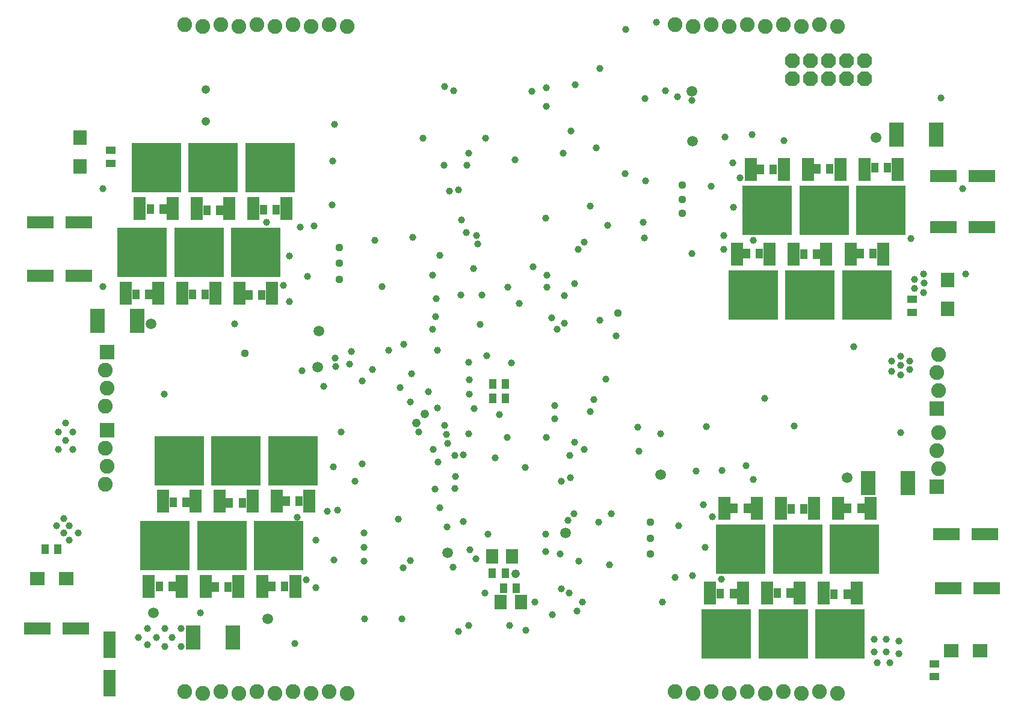
<source format=gbs>
G75*
G70*
%OFA0B0*%
%FSLAX24Y24*%
%IPPOS*%
%LPD*%
%AMOC8*
5,1,8,0,0,1.08239X$1,22.5*
%
%ADD10R,0.2718X0.2718*%
%ADD11R,0.0710X0.1261*%
%ADD12C,0.0820*%
%ADD13R,0.0395X0.0552*%
%ADD14R,0.0789X0.1340*%
%ADD15R,0.0552X0.0395*%
%ADD16R,0.1458X0.0710*%
%ADD17R,0.0749X0.0789*%
%ADD18R,0.0789X0.0749*%
%ADD19OC8,0.0820*%
%ADD20R,0.0820X0.0820*%
%ADD21C,0.0595*%
%ADD22R,0.0710X0.1458*%
%ADD23R,0.0710X0.0789*%
%ADD24C,0.0390*%
%ADD25C,0.0440*%
%ADD26C,0.0476*%
D10*
X047199Y009511D03*
X050349Y009511D03*
X053499Y009511D03*
X054286Y014235D03*
X051136Y014235D03*
X047987Y014235D03*
X049070Y025771D03*
X052219Y025771D03*
X045920Y025771D03*
X046707Y030495D03*
X049857Y030495D03*
X053007Y030495D03*
X079778Y023408D03*
X082928Y023408D03*
X086077Y023408D03*
X086865Y028133D03*
X083715Y028133D03*
X080566Y028133D03*
X079089Y009334D03*
X082239Y009334D03*
X085388Y009334D03*
X084601Y004609D03*
X081451Y004609D03*
X078302Y004609D03*
D11*
X079207Y006873D03*
X080546Y006873D03*
X082357Y006873D03*
X083696Y006873D03*
X085507Y006873D03*
X077396Y006873D03*
X078184Y011597D03*
X079995Y011597D03*
X081333Y011597D03*
X083144Y011597D03*
X084483Y011597D03*
X086294Y011597D03*
X055192Y011971D03*
X053381Y011971D03*
X052042Y011971D03*
X050231Y011971D03*
X048892Y011971D03*
X047081Y011971D03*
X046294Y007247D03*
X048105Y007247D03*
X049444Y007247D03*
X051255Y007247D03*
X052593Y007247D03*
X054404Y007247D03*
X053125Y023507D03*
X051314Y023507D03*
X049975Y023507D03*
X048164Y023507D03*
X046825Y023507D03*
X045014Y023507D03*
X045802Y028231D03*
X047613Y028231D03*
X048951Y028231D03*
X050762Y028231D03*
X052101Y028231D03*
X053912Y028231D03*
X078873Y025672D03*
X080684Y025672D03*
X082022Y025672D03*
X083833Y025672D03*
X085172Y025672D03*
X086983Y025672D03*
X087770Y030397D03*
X085959Y030397D03*
X084621Y030397D03*
X082810Y030397D03*
X081471Y030397D03*
X079660Y030397D03*
D12*
X080448Y038319D03*
X081448Y038419D03*
X082448Y038319D03*
X083448Y038419D03*
X084448Y038319D03*
X079448Y038419D03*
X078448Y038319D03*
X077448Y038419D03*
X076448Y038319D03*
X075448Y038419D03*
X057282Y038319D03*
X056282Y038419D03*
X055282Y038319D03*
X054282Y038419D03*
X053282Y038319D03*
X052282Y038419D03*
X051282Y038319D03*
X050282Y038419D03*
X049282Y038319D03*
X048282Y038419D03*
X090064Y020109D03*
X089964Y019109D03*
X090064Y018109D03*
X090064Y015778D03*
X089964Y014778D03*
X090064Y013778D03*
X084448Y001311D03*
X083448Y001411D03*
X082448Y001311D03*
X081448Y001411D03*
X080448Y001311D03*
X079448Y001411D03*
X078448Y001311D03*
X077448Y001411D03*
X076448Y001311D03*
X075448Y001411D03*
X057282Y001311D03*
X056282Y001411D03*
X055282Y001311D03*
X054282Y001411D03*
X053282Y001311D03*
X052282Y001411D03*
X051282Y001311D03*
X050282Y001411D03*
X049282Y001311D03*
X048282Y001411D03*
X043901Y012928D03*
X044001Y013928D03*
X043901Y014928D03*
X043901Y017259D03*
X044001Y018259D03*
X043901Y019259D03*
D13*
X051845Y023408D03*
X052554Y023408D03*
X049424Y023448D03*
X048715Y023448D03*
X046294Y023467D03*
X045585Y023467D03*
X046373Y028192D03*
X047081Y028192D03*
X049503Y028133D03*
X050211Y028133D03*
X052652Y028152D03*
X053361Y028152D03*
X065349Y018487D03*
X066058Y018487D03*
X066058Y017700D03*
X065349Y017700D03*
X054621Y011971D03*
X053912Y011971D03*
X051471Y011893D03*
X050762Y011893D03*
X048361Y011932D03*
X047652Y011932D03*
X041255Y009334D03*
X040546Y009334D03*
X046885Y007247D03*
X047593Y007247D03*
X049975Y007208D03*
X050684Y007208D03*
X053105Y007267D03*
X053814Y007267D03*
X065329Y007975D03*
X066038Y007975D03*
X065959Y007149D03*
X066668Y007149D03*
X077967Y006853D03*
X078676Y006853D03*
X081117Y006873D03*
X081825Y006873D03*
X084266Y006834D03*
X084975Y006834D03*
X085034Y011597D03*
X085743Y011597D03*
X082593Y011558D03*
X081885Y011558D03*
X079444Y011578D03*
X078735Y011578D03*
X079424Y025711D03*
X080133Y025711D03*
X082593Y025672D03*
X083302Y025672D03*
X085723Y025711D03*
X086432Y025711D03*
X086510Y030475D03*
X087219Y030475D03*
X084030Y030416D03*
X083322Y030416D03*
X080881Y030377D03*
X080172Y030377D03*
D14*
X087731Y032316D03*
X089936Y032316D03*
X045644Y021981D03*
X043440Y021981D03*
X048755Y004412D03*
X050959Y004412D03*
X086156Y012975D03*
X088361Y012975D03*
D15*
X088587Y022463D03*
X088587Y023172D03*
X044198Y030731D03*
X044198Y031440D03*
X089818Y002946D03*
X089818Y002237D03*
D16*
X040133Y004904D03*
X042259Y004904D03*
X042406Y024491D03*
X040280Y024491D03*
X040280Y027444D03*
X042406Y027444D03*
X090329Y027198D03*
X092455Y027198D03*
X092455Y030003D03*
X090329Y030003D03*
X090477Y010141D03*
X092603Y010141D03*
X092711Y007168D03*
X090585Y007168D03*
D17*
X090566Y022641D03*
X090566Y024255D03*
X042485Y030544D03*
X042485Y032158D03*
D18*
X041727Y007680D03*
X040113Y007680D03*
X090743Y003684D03*
X092357Y003684D03*
D19*
X085961Y035408D03*
X084961Y035408D03*
X083961Y035408D03*
X082961Y035408D03*
X081961Y035408D03*
X081961Y036408D03*
X082961Y036408D03*
X083961Y036408D03*
X084961Y036408D03*
X085961Y036408D03*
D20*
X044001Y020259D03*
X044001Y015928D03*
X089964Y017109D03*
X089964Y012778D03*
D21*
X084995Y013271D03*
X085388Y010121D03*
X082239Y009334D03*
X079089Y008546D03*
X069394Y010219D03*
X062849Y009117D03*
X052888Y005436D03*
X046560Y005790D03*
X046392Y008704D03*
X049483Y009609D03*
X052751Y010515D03*
X055654Y019422D03*
X055703Y021410D03*
X046412Y021834D03*
X045133Y025180D03*
X048282Y025967D03*
X051432Y026755D03*
X076432Y031942D03*
X076383Y034727D03*
X086570Y032168D03*
X087733Y028723D03*
X084583Y027936D03*
X081483Y027149D03*
X074660Y013467D03*
D22*
X044109Y004019D03*
X044109Y001893D03*
D23*
X065802Y006400D03*
X066904Y006400D03*
X066432Y008920D03*
X065329Y008920D03*
D24*
X064404Y008782D03*
X064089Y009274D03*
X065093Y010141D03*
X063715Y010869D03*
X062810Y010554D03*
X062436Y011617D03*
X062140Y012641D03*
X063262Y012680D03*
X063302Y013349D03*
X062318Y014156D03*
X063262Y014511D03*
X063715Y014550D03*
X062849Y015200D03*
X062790Y015692D03*
X062672Y016184D03*
X064030Y015711D03*
X062042Y014845D03*
X061255Y015830D03*
X062298Y017168D03*
X061786Y018054D03*
X060782Y017483D03*
X060211Y018290D03*
X060841Y019038D03*
X058676Y019294D03*
X058125Y018664D03*
X056668Y019452D03*
X057416Y019584D03*
X056629Y019904D03*
X057534Y020298D03*
X059601Y020337D03*
X060408Y020672D03*
X062022Y021519D03*
X062199Y022208D03*
X062219Y023231D03*
X063597Y023408D03*
X064739Y023408D03*
X066196Y023841D03*
X067593Y024983D03*
X068341Y024530D03*
X068341Y023861D03*
X069306Y023389D03*
X069896Y024058D03*
X066806Y022936D03*
X068636Y022149D03*
X068932Y021519D03*
X069306Y021853D03*
X071294Y022030D03*
X072199Y021164D03*
X071629Y018763D03*
X070959Y017621D03*
X070762Y016952D03*
X073400Y016086D03*
X074660Y015731D03*
X073445Y014747D03*
X070428Y014845D03*
X069877Y015239D03*
X069621Y014511D03*
X067160Y013841D03*
X065487Y014373D03*
X066156Y015534D03*
X068322Y015534D03*
X068774Y016538D03*
X068774Y017286D03*
X065723Y016794D03*
X064306Y017109D03*
X064050Y017916D03*
X064050Y018704D03*
X064030Y019688D03*
X065014Y020062D03*
X066392Y019668D03*
X062298Y020337D03*
X064640Y021774D03*
X059207Y023900D03*
X062022Y024530D03*
X062416Y025613D03*
X060930Y026607D03*
X058814Y026460D03*
X055467Y027247D03*
X054680Y027198D03*
X053794Y028133D03*
X052810Y027444D03*
X050644Y028133D03*
X047495Y028133D03*
X043755Y029314D03*
X046707Y030495D03*
X045920Y031282D03*
X047495Y031282D03*
X052219Y031282D03*
X053007Y030495D03*
X053794Y031282D03*
X056491Y030849D03*
X056591Y032894D03*
X061471Y032129D03*
X064030Y031282D03*
X063912Y030613D03*
X062652Y030613D03*
X064955Y032129D03*
X066570Y030928D03*
X069247Y031302D03*
X071097Y031578D03*
X069699Y032503D03*
X068322Y033881D03*
X068322Y034904D03*
X067514Y034708D03*
X069936Y035082D03*
X071274Y035987D03*
X073774Y034334D03*
X074936Y034747D03*
X075585Y034412D03*
X076383Y034235D03*
X078218Y032188D03*
X079710Y032335D03*
X081471Y031991D03*
X078646Y030741D03*
X079778Y030456D03*
X079040Y029904D03*
X077465Y029461D03*
X078696Y028280D03*
X078154Y026706D03*
X078164Y025967D03*
X078991Y025771D03*
X079778Y026460D03*
X082140Y025771D03*
X085270Y025771D03*
X088518Y026538D03*
X089227Y024589D03*
X089247Y024078D03*
X089227Y023556D03*
X088735Y023802D03*
X088735Y024294D03*
X086077Y023408D03*
X085487Y022818D03*
X086668Y022818D03*
X085349Y020554D03*
X087455Y019767D03*
X087948Y020013D03*
X087948Y019521D03*
X088440Y019767D03*
X088440Y019274D03*
X087948Y018979D03*
X087455Y019176D03*
X080408Y017700D03*
X082062Y016145D03*
X079385Y013960D03*
X079778Y013172D03*
X078051Y013670D03*
X076629Y013645D03*
X077022Y011794D03*
X078184Y011547D03*
X077514Y011105D03*
X075644Y010613D03*
X077121Y009432D03*
X076432Y007857D03*
X075448Y007759D03*
X077396Y006873D03*
X078007Y007660D03*
X080546Y006873D03*
X083696Y006873D03*
X086471Y004314D03*
X087160Y004314D03*
X087160Y003625D03*
X086471Y003625D03*
X086668Y003034D03*
X087357Y003034D03*
X087849Y003526D03*
X087849Y004215D03*
X074759Y006381D03*
X071806Y008448D03*
X070113Y008664D03*
X069070Y009038D03*
X068302Y009176D03*
X068302Y010160D03*
X069522Y010908D03*
X069857Y011282D03*
X071215Y010810D03*
X071904Y011302D03*
X069168Y013093D03*
X069640Y013271D03*
X077180Y016125D03*
X081333Y011547D03*
X084483Y011597D03*
X087967Y015780D03*
X080369Y022818D03*
X079778Y023408D03*
X079188Y022818D03*
X076383Y025721D03*
X073755Y026597D03*
X071707Y027286D03*
X070428Y026341D03*
X070093Y025967D03*
X068302Y027700D03*
X070762Y028369D03*
X073676Y027444D03*
X073823Y029757D03*
X072692Y030141D03*
X064463Y026735D03*
X064503Y026263D03*
X063892Y026873D03*
X063617Y027582D03*
X063459Y029255D03*
X062948Y029176D03*
X056451Y028428D03*
X054089Y025574D03*
X055073Y024442D03*
X053745Y023950D03*
X053105Y023507D03*
X054089Y023064D03*
X051038Y021834D03*
X049857Y023467D03*
X046707Y023408D03*
X043755Y023900D03*
X054778Y019235D03*
X055999Y018369D03*
X056963Y015830D03*
X054975Y014944D03*
X054286Y014255D03*
X053499Y014944D03*
X056510Y013900D03*
X057731Y013074D03*
X058125Y014058D03*
X055172Y011774D03*
X056196Y011420D03*
X056766Y011479D03*
X058223Y010219D03*
X058223Y009432D03*
X058223Y008645D03*
X056550Y008723D03*
X055034Y007621D03*
X055546Y007188D03*
X054385Y007149D03*
X051235Y007149D03*
X049168Y005790D03*
X048085Y004904D03*
X047593Y004412D03*
X047199Y004904D03*
X046707Y004412D03*
X046215Y004019D03*
X045723Y004412D03*
X046215Y004904D03*
X047199Y003920D03*
X048085Y003920D03*
X054385Y004078D03*
X058243Y005436D03*
X060329Y005436D03*
X063440Y004757D03*
X064030Y005101D03*
X066294Y005101D03*
X067180Y004806D03*
X068656Y005672D03*
X067672Y006381D03*
X069148Y007109D03*
X069601Y006873D03*
X070329Y006381D03*
X070014Y005889D03*
X064936Y006873D03*
X063144Y008330D03*
X060782Y008684D03*
X060388Y008271D03*
X055546Y009806D03*
X054385Y010495D03*
X054503Y011086D03*
X053499Y010495D03*
X051235Y009609D03*
X050349Y009609D03*
X048085Y008723D03*
X047199Y008723D03*
X048085Y007050D03*
X041885Y009826D03*
X041589Y010219D03*
X041885Y010613D03*
X041589Y011007D03*
X041196Y010613D03*
X042377Y010219D03*
X048892Y011971D03*
X052022Y011774D03*
X048774Y014944D03*
X047199Y014944D03*
X042081Y014845D03*
X041688Y015337D03*
X041294Y014845D03*
X041294Y015830D03*
X042081Y015830D03*
X041688Y016322D03*
X047160Y017916D03*
X060133Y010987D03*
X091550Y024570D03*
X091373Y029334D03*
X086077Y030495D03*
X082948Y030456D03*
X090172Y034353D03*
X074404Y038566D03*
X072711Y038152D03*
X063184Y034767D03*
X062672Y034983D03*
X064286Y024885D03*
D25*
X056845Y025180D03*
X056845Y024294D03*
X056845Y026066D03*
X053007Y026755D03*
X052219Y026755D03*
X049857Y025967D03*
X049070Y025967D03*
X046707Y025180D03*
X045920Y025180D03*
X051629Y020180D03*
X072298Y022424D03*
X079680Y027149D03*
X080566Y027149D03*
X082829Y027936D03*
X083715Y027936D03*
X085979Y028723D03*
X086865Y028723D03*
X075841Y028723D03*
X075841Y027936D03*
X075841Y029511D03*
X074070Y010810D03*
X074070Y009924D03*
X074070Y009038D03*
X078105Y008546D03*
X079975Y008546D03*
X081255Y009334D03*
X083125Y009334D03*
X084503Y010121D03*
X086274Y010121D03*
D26*
X066629Y007936D03*
X061117Y016322D03*
X061589Y016834D03*
X049463Y033054D03*
X049463Y034826D03*
M02*

</source>
